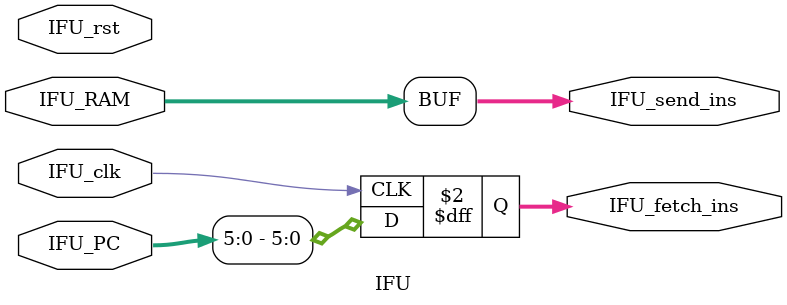
<source format=v>
`timescale 1ns / 1ps

module IFU(
    input IFU_clk,
    input IFU_rst,
    input [31:0] IFU_PC, //input from PC
    input [31:0] IFU_RAM, //input from RAM
    output reg [5:0] IFU_fetch_ins, //output to RAM, request instruction
    output [31:0] IFU_send_ins //output to decoder, send instruction
    );

   
always @(posedge IFU_clk) IFU_fetch_ins <= IFU_PC;
        
assign IFU_send_ins = IFU_RAM;
      
endmodule

</source>
